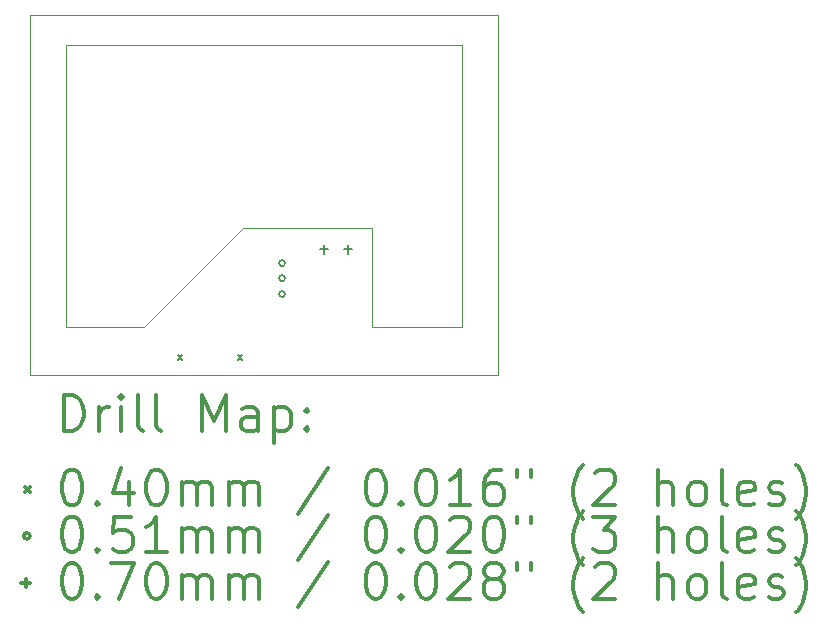
<source format=gbr>
%FSLAX45Y45*%
G04 Gerber Fmt 4.5, Leading zero omitted, Abs format (unit mm)*
G04 Created by KiCad (PCBNEW 6.0.0-rc1-unknown-r13375-f0c57176) date Thu Aug  9 00:23:13 2018*
%MOMM*%
%LPD*%
G01*
G04 APERTURE LIST*
%ADD10C,0.120000*%
%ADD11C,0.050000*%
%ADD12C,0.200000*%
%ADD13C,0.300000*%
G04 APERTURE END LIST*
D10*
X2895600Y406400D02*
X2997200Y406400D01*
X2895600Y1244600D02*
X2895600Y406400D01*
X1803400Y1244600D02*
X2895600Y1244600D01*
X965200Y406400D02*
X1803400Y1244600D01*
X304800Y406400D02*
X965200Y406400D01*
X304800Y2794000D02*
X3657600Y2794000D01*
X304800Y406400D02*
X304800Y2794000D01*
X3657600Y2794000D02*
X3657600Y406400D01*
X3657600Y406400D02*
X2997200Y406400D01*
D11*
X3962400Y3048000D02*
X0Y3048000D01*
X3962400Y0D02*
X3962400Y3048000D01*
X0Y0D02*
X3962400Y0D01*
X0Y3048000D02*
X0Y0D01*
D12*
X1250000Y172400D02*
X1290000Y132400D01*
X1290000Y172400D02*
X1250000Y132400D01*
X1758000Y172400D02*
X1798000Y132400D01*
X1798000Y172400D02*
X1758000Y132400D01*
X2159000Y951260D02*
G75*
G03X2159000Y951260I-25400J0D01*
G01*
X2159000Y824260D02*
G75*
G03X2159000Y824260I-25400J0D01*
G01*
X2159000Y689640D02*
G75*
G03X2159000Y689640I-25400J0D01*
G01*
X2490800Y1101800D02*
X2490800Y1031800D01*
X2455800Y1066800D02*
X2525800Y1066800D01*
X2690800Y1101800D02*
X2690800Y1031800D01*
X2655800Y1066800D02*
X2725800Y1066800D01*
D13*
X283928Y-468214D02*
X283928Y-168214D01*
X355357Y-168214D01*
X398214Y-182500D01*
X426786Y-211071D01*
X441071Y-239643D01*
X455357Y-296786D01*
X455357Y-339643D01*
X441071Y-396786D01*
X426786Y-425357D01*
X398214Y-453929D01*
X355357Y-468214D01*
X283928Y-468214D01*
X583928Y-468214D02*
X583928Y-268214D01*
X583928Y-325357D02*
X598214Y-296786D01*
X612500Y-282500D01*
X641071Y-268214D01*
X669643Y-268214D01*
X769643Y-468214D02*
X769643Y-268214D01*
X769643Y-168214D02*
X755357Y-182500D01*
X769643Y-196786D01*
X783928Y-182500D01*
X769643Y-168214D01*
X769643Y-196786D01*
X955357Y-468214D02*
X926786Y-453929D01*
X912500Y-425357D01*
X912500Y-168214D01*
X1112500Y-468214D02*
X1083928Y-453929D01*
X1069643Y-425357D01*
X1069643Y-168214D01*
X1455357Y-468214D02*
X1455357Y-168214D01*
X1555357Y-382500D01*
X1655357Y-168214D01*
X1655357Y-468214D01*
X1926786Y-468214D02*
X1926786Y-311072D01*
X1912500Y-282500D01*
X1883928Y-268214D01*
X1826786Y-268214D01*
X1798214Y-282500D01*
X1926786Y-453929D02*
X1898214Y-468214D01*
X1826786Y-468214D01*
X1798214Y-453929D01*
X1783928Y-425357D01*
X1783928Y-396786D01*
X1798214Y-368214D01*
X1826786Y-353929D01*
X1898214Y-353929D01*
X1926786Y-339643D01*
X2069643Y-268214D02*
X2069643Y-568214D01*
X2069643Y-282500D02*
X2098214Y-268214D01*
X2155357Y-268214D01*
X2183928Y-282500D01*
X2198214Y-296786D01*
X2212500Y-325357D01*
X2212500Y-411071D01*
X2198214Y-439643D01*
X2183928Y-453929D01*
X2155357Y-468214D01*
X2098214Y-468214D01*
X2069643Y-453929D01*
X2341071Y-439643D02*
X2355357Y-453929D01*
X2341071Y-468214D01*
X2326786Y-453929D01*
X2341071Y-439643D01*
X2341071Y-468214D01*
X2341071Y-282500D02*
X2355357Y-296786D01*
X2341071Y-311072D01*
X2326786Y-296786D01*
X2341071Y-282500D01*
X2341071Y-311072D01*
X-42500Y-942500D02*
X-2500Y-982500D01*
X-2500Y-942500D02*
X-42500Y-982500D01*
X341071Y-798214D02*
X369643Y-798214D01*
X398214Y-812500D01*
X412500Y-826786D01*
X426786Y-855357D01*
X441071Y-912500D01*
X441071Y-983929D01*
X426786Y-1041071D01*
X412500Y-1069643D01*
X398214Y-1083929D01*
X369643Y-1098214D01*
X341071Y-1098214D01*
X312500Y-1083929D01*
X298214Y-1069643D01*
X283928Y-1041071D01*
X269643Y-983929D01*
X269643Y-912500D01*
X283928Y-855357D01*
X298214Y-826786D01*
X312500Y-812500D01*
X341071Y-798214D01*
X569643Y-1069643D02*
X583928Y-1083929D01*
X569643Y-1098214D01*
X555357Y-1083929D01*
X569643Y-1069643D01*
X569643Y-1098214D01*
X841071Y-898214D02*
X841071Y-1098214D01*
X769643Y-783929D02*
X698214Y-998214D01*
X883928Y-998214D01*
X1055357Y-798214D02*
X1083928Y-798214D01*
X1112500Y-812500D01*
X1126786Y-826786D01*
X1141071Y-855357D01*
X1155357Y-912500D01*
X1155357Y-983929D01*
X1141071Y-1041071D01*
X1126786Y-1069643D01*
X1112500Y-1083929D01*
X1083928Y-1098214D01*
X1055357Y-1098214D01*
X1026786Y-1083929D01*
X1012500Y-1069643D01*
X998214Y-1041071D01*
X983928Y-983929D01*
X983928Y-912500D01*
X998214Y-855357D01*
X1012500Y-826786D01*
X1026786Y-812500D01*
X1055357Y-798214D01*
X1283928Y-1098214D02*
X1283928Y-898214D01*
X1283928Y-926786D02*
X1298214Y-912500D01*
X1326786Y-898214D01*
X1369643Y-898214D01*
X1398214Y-912500D01*
X1412500Y-941071D01*
X1412500Y-1098214D01*
X1412500Y-941071D02*
X1426786Y-912500D01*
X1455357Y-898214D01*
X1498214Y-898214D01*
X1526786Y-912500D01*
X1541071Y-941071D01*
X1541071Y-1098214D01*
X1683928Y-1098214D02*
X1683928Y-898214D01*
X1683928Y-926786D02*
X1698214Y-912500D01*
X1726786Y-898214D01*
X1769643Y-898214D01*
X1798214Y-912500D01*
X1812500Y-941071D01*
X1812500Y-1098214D01*
X1812500Y-941071D02*
X1826786Y-912500D01*
X1855357Y-898214D01*
X1898214Y-898214D01*
X1926786Y-912500D01*
X1941071Y-941071D01*
X1941071Y-1098214D01*
X2526786Y-783929D02*
X2269643Y-1169643D01*
X2912500Y-798214D02*
X2941071Y-798214D01*
X2969643Y-812500D01*
X2983928Y-826786D01*
X2998214Y-855357D01*
X3012500Y-912500D01*
X3012500Y-983929D01*
X2998214Y-1041071D01*
X2983928Y-1069643D01*
X2969643Y-1083929D01*
X2941071Y-1098214D01*
X2912500Y-1098214D01*
X2883928Y-1083929D01*
X2869643Y-1069643D01*
X2855357Y-1041071D01*
X2841071Y-983929D01*
X2841071Y-912500D01*
X2855357Y-855357D01*
X2869643Y-826786D01*
X2883928Y-812500D01*
X2912500Y-798214D01*
X3141071Y-1069643D02*
X3155357Y-1083929D01*
X3141071Y-1098214D01*
X3126786Y-1083929D01*
X3141071Y-1069643D01*
X3141071Y-1098214D01*
X3341071Y-798214D02*
X3369643Y-798214D01*
X3398214Y-812500D01*
X3412500Y-826786D01*
X3426786Y-855357D01*
X3441071Y-912500D01*
X3441071Y-983929D01*
X3426786Y-1041071D01*
X3412500Y-1069643D01*
X3398214Y-1083929D01*
X3369643Y-1098214D01*
X3341071Y-1098214D01*
X3312500Y-1083929D01*
X3298214Y-1069643D01*
X3283928Y-1041071D01*
X3269643Y-983929D01*
X3269643Y-912500D01*
X3283928Y-855357D01*
X3298214Y-826786D01*
X3312500Y-812500D01*
X3341071Y-798214D01*
X3726786Y-1098214D02*
X3555357Y-1098214D01*
X3641071Y-1098214D02*
X3641071Y-798214D01*
X3612500Y-841071D01*
X3583928Y-869643D01*
X3555357Y-883929D01*
X3983928Y-798214D02*
X3926786Y-798214D01*
X3898214Y-812500D01*
X3883928Y-826786D01*
X3855357Y-869643D01*
X3841071Y-926786D01*
X3841071Y-1041071D01*
X3855357Y-1069643D01*
X3869643Y-1083929D01*
X3898214Y-1098214D01*
X3955357Y-1098214D01*
X3983928Y-1083929D01*
X3998214Y-1069643D01*
X4012500Y-1041071D01*
X4012500Y-969643D01*
X3998214Y-941071D01*
X3983928Y-926786D01*
X3955357Y-912500D01*
X3898214Y-912500D01*
X3869643Y-926786D01*
X3855357Y-941071D01*
X3841071Y-969643D01*
X4126786Y-798214D02*
X4126786Y-855357D01*
X4241071Y-798214D02*
X4241071Y-855357D01*
X4683928Y-1212500D02*
X4669643Y-1198214D01*
X4641071Y-1155357D01*
X4626786Y-1126786D01*
X4612500Y-1083929D01*
X4598214Y-1012500D01*
X4598214Y-955357D01*
X4612500Y-883929D01*
X4626786Y-841071D01*
X4641071Y-812500D01*
X4669643Y-769643D01*
X4683928Y-755357D01*
X4783928Y-826786D02*
X4798214Y-812500D01*
X4826786Y-798214D01*
X4898214Y-798214D01*
X4926786Y-812500D01*
X4941071Y-826786D01*
X4955357Y-855357D01*
X4955357Y-883929D01*
X4941071Y-926786D01*
X4769643Y-1098214D01*
X4955357Y-1098214D01*
X5312500Y-1098214D02*
X5312500Y-798214D01*
X5441071Y-1098214D02*
X5441071Y-941071D01*
X5426786Y-912500D01*
X5398214Y-898214D01*
X5355357Y-898214D01*
X5326786Y-912500D01*
X5312500Y-926786D01*
X5626786Y-1098214D02*
X5598214Y-1083929D01*
X5583928Y-1069643D01*
X5569643Y-1041071D01*
X5569643Y-955357D01*
X5583928Y-926786D01*
X5598214Y-912500D01*
X5626786Y-898214D01*
X5669643Y-898214D01*
X5698214Y-912500D01*
X5712500Y-926786D01*
X5726786Y-955357D01*
X5726786Y-1041071D01*
X5712500Y-1069643D01*
X5698214Y-1083929D01*
X5669643Y-1098214D01*
X5626786Y-1098214D01*
X5898214Y-1098214D02*
X5869643Y-1083929D01*
X5855357Y-1055357D01*
X5855357Y-798214D01*
X6126786Y-1083929D02*
X6098214Y-1098214D01*
X6041071Y-1098214D01*
X6012500Y-1083929D01*
X5998214Y-1055357D01*
X5998214Y-941071D01*
X6012500Y-912500D01*
X6041071Y-898214D01*
X6098214Y-898214D01*
X6126786Y-912500D01*
X6141071Y-941071D01*
X6141071Y-969643D01*
X5998214Y-998214D01*
X6255357Y-1083929D02*
X6283928Y-1098214D01*
X6341071Y-1098214D01*
X6369643Y-1083929D01*
X6383928Y-1055357D01*
X6383928Y-1041071D01*
X6369643Y-1012500D01*
X6341071Y-998214D01*
X6298214Y-998214D01*
X6269643Y-983929D01*
X6255357Y-955357D01*
X6255357Y-941071D01*
X6269643Y-912500D01*
X6298214Y-898214D01*
X6341071Y-898214D01*
X6369643Y-912500D01*
X6483928Y-1212500D02*
X6498214Y-1198214D01*
X6526786Y-1155357D01*
X6541071Y-1126786D01*
X6555357Y-1083929D01*
X6569643Y-1012500D01*
X6569643Y-955357D01*
X6555357Y-883929D01*
X6541071Y-841071D01*
X6526786Y-812500D01*
X6498214Y-769643D01*
X6483928Y-755357D01*
X-2500Y-1358500D02*
G75*
G03X-2500Y-1358500I-25400J0D01*
G01*
X341071Y-1194214D02*
X369643Y-1194214D01*
X398214Y-1208500D01*
X412500Y-1222786D01*
X426786Y-1251357D01*
X441071Y-1308500D01*
X441071Y-1379929D01*
X426786Y-1437071D01*
X412500Y-1465643D01*
X398214Y-1479929D01*
X369643Y-1494214D01*
X341071Y-1494214D01*
X312500Y-1479929D01*
X298214Y-1465643D01*
X283928Y-1437071D01*
X269643Y-1379929D01*
X269643Y-1308500D01*
X283928Y-1251357D01*
X298214Y-1222786D01*
X312500Y-1208500D01*
X341071Y-1194214D01*
X569643Y-1465643D02*
X583928Y-1479929D01*
X569643Y-1494214D01*
X555357Y-1479929D01*
X569643Y-1465643D01*
X569643Y-1494214D01*
X855357Y-1194214D02*
X712500Y-1194214D01*
X698214Y-1337072D01*
X712500Y-1322786D01*
X741071Y-1308500D01*
X812500Y-1308500D01*
X841071Y-1322786D01*
X855357Y-1337072D01*
X869643Y-1365643D01*
X869643Y-1437071D01*
X855357Y-1465643D01*
X841071Y-1479929D01*
X812500Y-1494214D01*
X741071Y-1494214D01*
X712500Y-1479929D01*
X698214Y-1465643D01*
X1155357Y-1494214D02*
X983928Y-1494214D01*
X1069643Y-1494214D02*
X1069643Y-1194214D01*
X1041071Y-1237072D01*
X1012500Y-1265643D01*
X983928Y-1279929D01*
X1283928Y-1494214D02*
X1283928Y-1294214D01*
X1283928Y-1322786D02*
X1298214Y-1308500D01*
X1326786Y-1294214D01*
X1369643Y-1294214D01*
X1398214Y-1308500D01*
X1412500Y-1337072D01*
X1412500Y-1494214D01*
X1412500Y-1337072D02*
X1426786Y-1308500D01*
X1455357Y-1294214D01*
X1498214Y-1294214D01*
X1526786Y-1308500D01*
X1541071Y-1337072D01*
X1541071Y-1494214D01*
X1683928Y-1494214D02*
X1683928Y-1294214D01*
X1683928Y-1322786D02*
X1698214Y-1308500D01*
X1726786Y-1294214D01*
X1769643Y-1294214D01*
X1798214Y-1308500D01*
X1812500Y-1337072D01*
X1812500Y-1494214D01*
X1812500Y-1337072D02*
X1826786Y-1308500D01*
X1855357Y-1294214D01*
X1898214Y-1294214D01*
X1926786Y-1308500D01*
X1941071Y-1337072D01*
X1941071Y-1494214D01*
X2526786Y-1179929D02*
X2269643Y-1565643D01*
X2912500Y-1194214D02*
X2941071Y-1194214D01*
X2969643Y-1208500D01*
X2983928Y-1222786D01*
X2998214Y-1251357D01*
X3012500Y-1308500D01*
X3012500Y-1379929D01*
X2998214Y-1437071D01*
X2983928Y-1465643D01*
X2969643Y-1479929D01*
X2941071Y-1494214D01*
X2912500Y-1494214D01*
X2883928Y-1479929D01*
X2869643Y-1465643D01*
X2855357Y-1437071D01*
X2841071Y-1379929D01*
X2841071Y-1308500D01*
X2855357Y-1251357D01*
X2869643Y-1222786D01*
X2883928Y-1208500D01*
X2912500Y-1194214D01*
X3141071Y-1465643D02*
X3155357Y-1479929D01*
X3141071Y-1494214D01*
X3126786Y-1479929D01*
X3141071Y-1465643D01*
X3141071Y-1494214D01*
X3341071Y-1194214D02*
X3369643Y-1194214D01*
X3398214Y-1208500D01*
X3412500Y-1222786D01*
X3426786Y-1251357D01*
X3441071Y-1308500D01*
X3441071Y-1379929D01*
X3426786Y-1437071D01*
X3412500Y-1465643D01*
X3398214Y-1479929D01*
X3369643Y-1494214D01*
X3341071Y-1494214D01*
X3312500Y-1479929D01*
X3298214Y-1465643D01*
X3283928Y-1437071D01*
X3269643Y-1379929D01*
X3269643Y-1308500D01*
X3283928Y-1251357D01*
X3298214Y-1222786D01*
X3312500Y-1208500D01*
X3341071Y-1194214D01*
X3555357Y-1222786D02*
X3569643Y-1208500D01*
X3598214Y-1194214D01*
X3669643Y-1194214D01*
X3698214Y-1208500D01*
X3712500Y-1222786D01*
X3726786Y-1251357D01*
X3726786Y-1279929D01*
X3712500Y-1322786D01*
X3541071Y-1494214D01*
X3726786Y-1494214D01*
X3912500Y-1194214D02*
X3941071Y-1194214D01*
X3969643Y-1208500D01*
X3983928Y-1222786D01*
X3998214Y-1251357D01*
X4012500Y-1308500D01*
X4012500Y-1379929D01*
X3998214Y-1437071D01*
X3983928Y-1465643D01*
X3969643Y-1479929D01*
X3941071Y-1494214D01*
X3912500Y-1494214D01*
X3883928Y-1479929D01*
X3869643Y-1465643D01*
X3855357Y-1437071D01*
X3841071Y-1379929D01*
X3841071Y-1308500D01*
X3855357Y-1251357D01*
X3869643Y-1222786D01*
X3883928Y-1208500D01*
X3912500Y-1194214D01*
X4126786Y-1194214D02*
X4126786Y-1251357D01*
X4241071Y-1194214D02*
X4241071Y-1251357D01*
X4683928Y-1608500D02*
X4669643Y-1594214D01*
X4641071Y-1551357D01*
X4626786Y-1522786D01*
X4612500Y-1479929D01*
X4598214Y-1408500D01*
X4598214Y-1351357D01*
X4612500Y-1279929D01*
X4626786Y-1237072D01*
X4641071Y-1208500D01*
X4669643Y-1165643D01*
X4683928Y-1151357D01*
X4769643Y-1194214D02*
X4955357Y-1194214D01*
X4855357Y-1308500D01*
X4898214Y-1308500D01*
X4926786Y-1322786D01*
X4941071Y-1337072D01*
X4955357Y-1365643D01*
X4955357Y-1437071D01*
X4941071Y-1465643D01*
X4926786Y-1479929D01*
X4898214Y-1494214D01*
X4812500Y-1494214D01*
X4783928Y-1479929D01*
X4769643Y-1465643D01*
X5312500Y-1494214D02*
X5312500Y-1194214D01*
X5441071Y-1494214D02*
X5441071Y-1337072D01*
X5426786Y-1308500D01*
X5398214Y-1294214D01*
X5355357Y-1294214D01*
X5326786Y-1308500D01*
X5312500Y-1322786D01*
X5626786Y-1494214D02*
X5598214Y-1479929D01*
X5583928Y-1465643D01*
X5569643Y-1437071D01*
X5569643Y-1351357D01*
X5583928Y-1322786D01*
X5598214Y-1308500D01*
X5626786Y-1294214D01*
X5669643Y-1294214D01*
X5698214Y-1308500D01*
X5712500Y-1322786D01*
X5726786Y-1351357D01*
X5726786Y-1437071D01*
X5712500Y-1465643D01*
X5698214Y-1479929D01*
X5669643Y-1494214D01*
X5626786Y-1494214D01*
X5898214Y-1494214D02*
X5869643Y-1479929D01*
X5855357Y-1451357D01*
X5855357Y-1194214D01*
X6126786Y-1479929D02*
X6098214Y-1494214D01*
X6041071Y-1494214D01*
X6012500Y-1479929D01*
X5998214Y-1451357D01*
X5998214Y-1337072D01*
X6012500Y-1308500D01*
X6041071Y-1294214D01*
X6098214Y-1294214D01*
X6126786Y-1308500D01*
X6141071Y-1337072D01*
X6141071Y-1365643D01*
X5998214Y-1394214D01*
X6255357Y-1479929D02*
X6283928Y-1494214D01*
X6341071Y-1494214D01*
X6369643Y-1479929D01*
X6383928Y-1451357D01*
X6383928Y-1437071D01*
X6369643Y-1408500D01*
X6341071Y-1394214D01*
X6298214Y-1394214D01*
X6269643Y-1379929D01*
X6255357Y-1351357D01*
X6255357Y-1337072D01*
X6269643Y-1308500D01*
X6298214Y-1294214D01*
X6341071Y-1294214D01*
X6369643Y-1308500D01*
X6483928Y-1608500D02*
X6498214Y-1594214D01*
X6526786Y-1551357D01*
X6541071Y-1522786D01*
X6555357Y-1479929D01*
X6569643Y-1408500D01*
X6569643Y-1351357D01*
X6555357Y-1279929D01*
X6541071Y-1237072D01*
X6526786Y-1208500D01*
X6498214Y-1165643D01*
X6483928Y-1151357D01*
X-37500Y-1719500D02*
X-37500Y-1789500D01*
X-72500Y-1754500D02*
X-2500Y-1754500D01*
X341071Y-1590214D02*
X369643Y-1590214D01*
X398214Y-1604500D01*
X412500Y-1618786D01*
X426786Y-1647357D01*
X441071Y-1704500D01*
X441071Y-1775929D01*
X426786Y-1833071D01*
X412500Y-1861643D01*
X398214Y-1875929D01*
X369643Y-1890214D01*
X341071Y-1890214D01*
X312500Y-1875929D01*
X298214Y-1861643D01*
X283928Y-1833071D01*
X269643Y-1775929D01*
X269643Y-1704500D01*
X283928Y-1647357D01*
X298214Y-1618786D01*
X312500Y-1604500D01*
X341071Y-1590214D01*
X569643Y-1861643D02*
X583928Y-1875929D01*
X569643Y-1890214D01*
X555357Y-1875929D01*
X569643Y-1861643D01*
X569643Y-1890214D01*
X683928Y-1590214D02*
X883928Y-1590214D01*
X755357Y-1890214D01*
X1055357Y-1590214D02*
X1083928Y-1590214D01*
X1112500Y-1604500D01*
X1126786Y-1618786D01*
X1141071Y-1647357D01*
X1155357Y-1704500D01*
X1155357Y-1775929D01*
X1141071Y-1833071D01*
X1126786Y-1861643D01*
X1112500Y-1875929D01*
X1083928Y-1890214D01*
X1055357Y-1890214D01*
X1026786Y-1875929D01*
X1012500Y-1861643D01*
X998214Y-1833071D01*
X983928Y-1775929D01*
X983928Y-1704500D01*
X998214Y-1647357D01*
X1012500Y-1618786D01*
X1026786Y-1604500D01*
X1055357Y-1590214D01*
X1283928Y-1890214D02*
X1283928Y-1690214D01*
X1283928Y-1718786D02*
X1298214Y-1704500D01*
X1326786Y-1690214D01*
X1369643Y-1690214D01*
X1398214Y-1704500D01*
X1412500Y-1733071D01*
X1412500Y-1890214D01*
X1412500Y-1733071D02*
X1426786Y-1704500D01*
X1455357Y-1690214D01*
X1498214Y-1690214D01*
X1526786Y-1704500D01*
X1541071Y-1733071D01*
X1541071Y-1890214D01*
X1683928Y-1890214D02*
X1683928Y-1690214D01*
X1683928Y-1718786D02*
X1698214Y-1704500D01*
X1726786Y-1690214D01*
X1769643Y-1690214D01*
X1798214Y-1704500D01*
X1812500Y-1733071D01*
X1812500Y-1890214D01*
X1812500Y-1733071D02*
X1826786Y-1704500D01*
X1855357Y-1690214D01*
X1898214Y-1690214D01*
X1926786Y-1704500D01*
X1941071Y-1733071D01*
X1941071Y-1890214D01*
X2526786Y-1575929D02*
X2269643Y-1961643D01*
X2912500Y-1590214D02*
X2941071Y-1590214D01*
X2969643Y-1604500D01*
X2983928Y-1618786D01*
X2998214Y-1647357D01*
X3012500Y-1704500D01*
X3012500Y-1775929D01*
X2998214Y-1833071D01*
X2983928Y-1861643D01*
X2969643Y-1875929D01*
X2941071Y-1890214D01*
X2912500Y-1890214D01*
X2883928Y-1875929D01*
X2869643Y-1861643D01*
X2855357Y-1833071D01*
X2841071Y-1775929D01*
X2841071Y-1704500D01*
X2855357Y-1647357D01*
X2869643Y-1618786D01*
X2883928Y-1604500D01*
X2912500Y-1590214D01*
X3141071Y-1861643D02*
X3155357Y-1875929D01*
X3141071Y-1890214D01*
X3126786Y-1875929D01*
X3141071Y-1861643D01*
X3141071Y-1890214D01*
X3341071Y-1590214D02*
X3369643Y-1590214D01*
X3398214Y-1604500D01*
X3412500Y-1618786D01*
X3426786Y-1647357D01*
X3441071Y-1704500D01*
X3441071Y-1775929D01*
X3426786Y-1833071D01*
X3412500Y-1861643D01*
X3398214Y-1875929D01*
X3369643Y-1890214D01*
X3341071Y-1890214D01*
X3312500Y-1875929D01*
X3298214Y-1861643D01*
X3283928Y-1833071D01*
X3269643Y-1775929D01*
X3269643Y-1704500D01*
X3283928Y-1647357D01*
X3298214Y-1618786D01*
X3312500Y-1604500D01*
X3341071Y-1590214D01*
X3555357Y-1618786D02*
X3569643Y-1604500D01*
X3598214Y-1590214D01*
X3669643Y-1590214D01*
X3698214Y-1604500D01*
X3712500Y-1618786D01*
X3726786Y-1647357D01*
X3726786Y-1675929D01*
X3712500Y-1718786D01*
X3541071Y-1890214D01*
X3726786Y-1890214D01*
X3898214Y-1718786D02*
X3869643Y-1704500D01*
X3855357Y-1690214D01*
X3841071Y-1661643D01*
X3841071Y-1647357D01*
X3855357Y-1618786D01*
X3869643Y-1604500D01*
X3898214Y-1590214D01*
X3955357Y-1590214D01*
X3983928Y-1604500D01*
X3998214Y-1618786D01*
X4012500Y-1647357D01*
X4012500Y-1661643D01*
X3998214Y-1690214D01*
X3983928Y-1704500D01*
X3955357Y-1718786D01*
X3898214Y-1718786D01*
X3869643Y-1733071D01*
X3855357Y-1747357D01*
X3841071Y-1775929D01*
X3841071Y-1833071D01*
X3855357Y-1861643D01*
X3869643Y-1875929D01*
X3898214Y-1890214D01*
X3955357Y-1890214D01*
X3983928Y-1875929D01*
X3998214Y-1861643D01*
X4012500Y-1833071D01*
X4012500Y-1775929D01*
X3998214Y-1747357D01*
X3983928Y-1733071D01*
X3955357Y-1718786D01*
X4126786Y-1590214D02*
X4126786Y-1647357D01*
X4241071Y-1590214D02*
X4241071Y-1647357D01*
X4683928Y-2004500D02*
X4669643Y-1990214D01*
X4641071Y-1947357D01*
X4626786Y-1918786D01*
X4612500Y-1875929D01*
X4598214Y-1804500D01*
X4598214Y-1747357D01*
X4612500Y-1675929D01*
X4626786Y-1633071D01*
X4641071Y-1604500D01*
X4669643Y-1561643D01*
X4683928Y-1547357D01*
X4783928Y-1618786D02*
X4798214Y-1604500D01*
X4826786Y-1590214D01*
X4898214Y-1590214D01*
X4926786Y-1604500D01*
X4941071Y-1618786D01*
X4955357Y-1647357D01*
X4955357Y-1675929D01*
X4941071Y-1718786D01*
X4769643Y-1890214D01*
X4955357Y-1890214D01*
X5312500Y-1890214D02*
X5312500Y-1590214D01*
X5441071Y-1890214D02*
X5441071Y-1733071D01*
X5426786Y-1704500D01*
X5398214Y-1690214D01*
X5355357Y-1690214D01*
X5326786Y-1704500D01*
X5312500Y-1718786D01*
X5626786Y-1890214D02*
X5598214Y-1875929D01*
X5583928Y-1861643D01*
X5569643Y-1833071D01*
X5569643Y-1747357D01*
X5583928Y-1718786D01*
X5598214Y-1704500D01*
X5626786Y-1690214D01*
X5669643Y-1690214D01*
X5698214Y-1704500D01*
X5712500Y-1718786D01*
X5726786Y-1747357D01*
X5726786Y-1833071D01*
X5712500Y-1861643D01*
X5698214Y-1875929D01*
X5669643Y-1890214D01*
X5626786Y-1890214D01*
X5898214Y-1890214D02*
X5869643Y-1875929D01*
X5855357Y-1847357D01*
X5855357Y-1590214D01*
X6126786Y-1875929D02*
X6098214Y-1890214D01*
X6041071Y-1890214D01*
X6012500Y-1875929D01*
X5998214Y-1847357D01*
X5998214Y-1733071D01*
X6012500Y-1704500D01*
X6041071Y-1690214D01*
X6098214Y-1690214D01*
X6126786Y-1704500D01*
X6141071Y-1733071D01*
X6141071Y-1761643D01*
X5998214Y-1790214D01*
X6255357Y-1875929D02*
X6283928Y-1890214D01*
X6341071Y-1890214D01*
X6369643Y-1875929D01*
X6383928Y-1847357D01*
X6383928Y-1833071D01*
X6369643Y-1804500D01*
X6341071Y-1790214D01*
X6298214Y-1790214D01*
X6269643Y-1775929D01*
X6255357Y-1747357D01*
X6255357Y-1733071D01*
X6269643Y-1704500D01*
X6298214Y-1690214D01*
X6341071Y-1690214D01*
X6369643Y-1704500D01*
X6483928Y-2004500D02*
X6498214Y-1990214D01*
X6526786Y-1947357D01*
X6541071Y-1918786D01*
X6555357Y-1875929D01*
X6569643Y-1804500D01*
X6569643Y-1747357D01*
X6555357Y-1675929D01*
X6541071Y-1633071D01*
X6526786Y-1604500D01*
X6498214Y-1561643D01*
X6483928Y-1547357D01*
M02*

</source>
